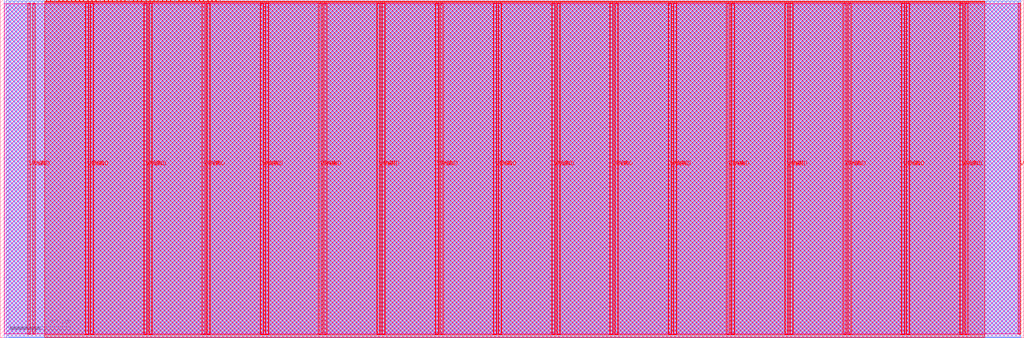
<source format=lef>
VERSION 5.7 ;
  NOWIREEXTENSIONATPIN ON ;
  DIVIDERCHAR "/" ;
  BUSBITCHARS "[]" ;
MACRO tt_um_essen
  CLASS BLOCK ;
  FOREIGN tt_um_essen ;
  ORIGIN 0.000 0.000 ;
  SIZE 682.640 BY 225.760 ;
  PIN VGND
    DIRECTION INOUT ;
    USE GROUND ;
    PORT
      LAYER met4 ;
        RECT 21.580 2.480 23.180 223.280 ;
    END
    PORT
      LAYER met4 ;
        RECT 60.450 2.480 62.050 223.280 ;
    END
    PORT
      LAYER met4 ;
        RECT 99.320 2.480 100.920 223.280 ;
    END
    PORT
      LAYER met4 ;
        RECT 138.190 2.480 139.790 223.280 ;
    END
    PORT
      LAYER met4 ;
        RECT 177.060 2.480 178.660 223.280 ;
    END
    PORT
      LAYER met4 ;
        RECT 215.930 2.480 217.530 223.280 ;
    END
    PORT
      LAYER met4 ;
        RECT 254.800 2.480 256.400 223.280 ;
    END
    PORT
      LAYER met4 ;
        RECT 293.670 2.480 295.270 223.280 ;
    END
    PORT
      LAYER met4 ;
        RECT 332.540 2.480 334.140 223.280 ;
    END
    PORT
      LAYER met4 ;
        RECT 371.410 2.480 373.010 223.280 ;
    END
    PORT
      LAYER met4 ;
        RECT 410.280 2.480 411.880 223.280 ;
    END
    PORT
      LAYER met4 ;
        RECT 449.150 2.480 450.750 223.280 ;
    END
    PORT
      LAYER met4 ;
        RECT 488.020 2.480 489.620 223.280 ;
    END
    PORT
      LAYER met4 ;
        RECT 526.890 2.480 528.490 223.280 ;
    END
    PORT
      LAYER met4 ;
        RECT 565.760 2.480 567.360 223.280 ;
    END
    PORT
      LAYER met4 ;
        RECT 604.630 2.480 606.230 223.280 ;
    END
    PORT
      LAYER met4 ;
        RECT 643.500 2.480 645.100 223.280 ;
    END
  END VGND
  PIN VPWR
    DIRECTION INOUT ;
    USE POWER ;
    PORT
      LAYER met4 ;
        RECT 18.280 2.480 19.880 223.280 ;
    END
    PORT
      LAYER met4 ;
        RECT 57.150 2.480 58.750 223.280 ;
    END
    PORT
      LAYER met4 ;
        RECT 96.020 2.480 97.620 223.280 ;
    END
    PORT
      LAYER met4 ;
        RECT 134.890 2.480 136.490 223.280 ;
    END
    PORT
      LAYER met4 ;
        RECT 173.760 2.480 175.360 223.280 ;
    END
    PORT
      LAYER met4 ;
        RECT 212.630 2.480 214.230 223.280 ;
    END
    PORT
      LAYER met4 ;
        RECT 251.500 2.480 253.100 223.280 ;
    END
    PORT
      LAYER met4 ;
        RECT 290.370 2.480 291.970 223.280 ;
    END
    PORT
      LAYER met4 ;
        RECT 329.240 2.480 330.840 223.280 ;
    END
    PORT
      LAYER met4 ;
        RECT 368.110 2.480 369.710 223.280 ;
    END
    PORT
      LAYER met4 ;
        RECT 406.980 2.480 408.580 223.280 ;
    END
    PORT
      LAYER met4 ;
        RECT 445.850 2.480 447.450 223.280 ;
    END
    PORT
      LAYER met4 ;
        RECT 484.720 2.480 486.320 223.280 ;
    END
    PORT
      LAYER met4 ;
        RECT 523.590 2.480 525.190 223.280 ;
    END
    PORT
      LAYER met4 ;
        RECT 562.460 2.480 564.060 223.280 ;
    END
    PORT
      LAYER met4 ;
        RECT 601.330 2.480 602.930 223.280 ;
    END
    PORT
      LAYER met4 ;
        RECT 640.200 2.480 641.800 223.280 ;
    END
    PORT
      LAYER met4 ;
        RECT 679.070 2.480 680.670 223.280 ;
    END
  END VPWR
  PIN clk
    DIRECTION INPUT ;
    USE SIGNAL ;
    ANTENNAGATEAREA 0.852000 ;
    PORT
      LAYER met4 ;
        RECT 143.830 224.760 144.130 225.760 ;
    END
  END clk
  PIN ena
    DIRECTION INPUT ;
    USE SIGNAL ;
    ANTENNAGATEAREA 0.196500 ;
    PORT
      LAYER met4 ;
        RECT 146.590 224.760 146.890 225.760 ;
    END
  END ena
  PIN rst_n
    DIRECTION INPUT ;
    USE SIGNAL ;
    ANTENNAGATEAREA 0.159000 ;
    PORT
      LAYER met4 ;
        RECT 141.070 224.760 141.370 225.760 ;
    END
  END rst_n
  PIN ui_in[0]
    DIRECTION INPUT ;
    USE SIGNAL ;
    ANTENNAGATEAREA 0.126000 ;
    PORT
      LAYER met4 ;
        RECT 138.310 224.760 138.610 225.760 ;
    END
  END ui_in[0]
  PIN ui_in[1]
    DIRECTION INPUT ;
    USE SIGNAL ;
    ANTENNAGATEAREA 0.126000 ;
    PORT
      LAYER met4 ;
        RECT 135.550 224.760 135.850 225.760 ;
    END
  END ui_in[1]
  PIN ui_in[2]
    DIRECTION INPUT ;
    USE SIGNAL ;
    ANTENNAGATEAREA 0.126000 ;
    PORT
      LAYER met4 ;
        RECT 132.790 224.760 133.090 225.760 ;
    END
  END ui_in[2]
  PIN ui_in[3]
    DIRECTION INPUT ;
    USE SIGNAL ;
    ANTENNAGATEAREA 0.213000 ;
    PORT
      LAYER met4 ;
        RECT 130.030 224.760 130.330 225.760 ;
    END
  END ui_in[3]
  PIN ui_in[4]
    DIRECTION INPUT ;
    USE SIGNAL ;
    ANTENNAGATEAREA 0.126000 ;
    PORT
      LAYER met4 ;
        RECT 127.270 224.760 127.570 225.760 ;
    END
  END ui_in[4]
  PIN ui_in[5]
    DIRECTION INPUT ;
    USE SIGNAL ;
    ANTENNAGATEAREA 0.126000 ;
    PORT
      LAYER met4 ;
        RECT 124.510 224.760 124.810 225.760 ;
    END
  END ui_in[5]
  PIN ui_in[6]
    DIRECTION INPUT ;
    USE SIGNAL ;
    ANTENNAGATEAREA 0.196500 ;
    PORT
      LAYER met4 ;
        RECT 121.750 224.760 122.050 225.760 ;
    END
  END ui_in[6]
  PIN ui_in[7]
    DIRECTION INPUT ;
    USE SIGNAL ;
    ANTENNAGATEAREA 0.196500 ;
    PORT
      LAYER met4 ;
        RECT 118.990 224.760 119.290 225.760 ;
    END
  END ui_in[7]
  PIN uio_in[0]
    DIRECTION INPUT ;
    USE SIGNAL ;
    ANTENNAGATEAREA 0.196500 ;
    PORT
      LAYER met4 ;
        RECT 116.230 224.760 116.530 225.760 ;
    END
  END uio_in[0]
  PIN uio_in[1]
    DIRECTION INPUT ;
    USE SIGNAL ;
    ANTENNAGATEAREA 0.213000 ;
    PORT
      LAYER met4 ;
        RECT 113.470 224.760 113.770 225.760 ;
    END
  END uio_in[1]
  PIN uio_in[2]
    DIRECTION INPUT ;
    USE SIGNAL ;
    ANTENNAGATEAREA 0.213000 ;
    PORT
      LAYER met4 ;
        RECT 110.710 224.760 111.010 225.760 ;
    END
  END uio_in[2]
  PIN uio_in[3]
    DIRECTION INPUT ;
    USE SIGNAL ;
    PORT
      LAYER met4 ;
        RECT 107.950 224.760 108.250 225.760 ;
    END
  END uio_in[3]
  PIN uio_in[4]
    DIRECTION INPUT ;
    USE SIGNAL ;
    ANTENNAGATEAREA 0.196500 ;
    PORT
      LAYER met4 ;
        RECT 105.190 224.760 105.490 225.760 ;
    END
  END uio_in[4]
  PIN uio_in[5]
    DIRECTION INPUT ;
    USE SIGNAL ;
    ANTENNAGATEAREA 0.196500 ;
    PORT
      LAYER met4 ;
        RECT 102.430 224.760 102.730 225.760 ;
    END
  END uio_in[5]
  PIN uio_in[6]
    DIRECTION INPUT ;
    USE SIGNAL ;
    PORT
      LAYER met4 ;
        RECT 99.670 224.760 99.970 225.760 ;
    END
  END uio_in[6]
  PIN uio_in[7]
    DIRECTION INPUT ;
    USE SIGNAL ;
    PORT
      LAYER met4 ;
        RECT 96.910 224.760 97.210 225.760 ;
    END
  END uio_in[7]
  PIN uio_oe[0]
    DIRECTION OUTPUT ;
    USE SIGNAL ;
    PORT
      LAYER met4 ;
        RECT 49.990 224.760 50.290 225.760 ;
    END
  END uio_oe[0]
  PIN uio_oe[1]
    DIRECTION OUTPUT ;
    USE SIGNAL ;
    PORT
      LAYER met4 ;
        RECT 47.230 224.760 47.530 225.760 ;
    END
  END uio_oe[1]
  PIN uio_oe[2]
    DIRECTION OUTPUT ;
    USE SIGNAL ;
    PORT
      LAYER met4 ;
        RECT 44.470 224.760 44.770 225.760 ;
    END
  END uio_oe[2]
  PIN uio_oe[3]
    DIRECTION OUTPUT ;
    USE SIGNAL ;
    PORT
      LAYER met4 ;
        RECT 41.710 224.760 42.010 225.760 ;
    END
  END uio_oe[3]
  PIN uio_oe[4]
    DIRECTION OUTPUT ;
    USE SIGNAL ;
    PORT
      LAYER met4 ;
        RECT 38.950 224.760 39.250 225.760 ;
    END
  END uio_oe[4]
  PIN uio_oe[5]
    DIRECTION OUTPUT ;
    USE SIGNAL ;
    PORT
      LAYER met4 ;
        RECT 36.190 224.760 36.490 225.760 ;
    END
  END uio_oe[5]
  PIN uio_oe[6]
    DIRECTION OUTPUT ;
    USE SIGNAL ;
    PORT
      LAYER met4 ;
        RECT 33.430 224.760 33.730 225.760 ;
    END
  END uio_oe[6]
  PIN uio_oe[7]
    DIRECTION OUTPUT ;
    USE SIGNAL ;
    PORT
      LAYER met4 ;
        RECT 30.670 224.760 30.970 225.760 ;
    END
  END uio_oe[7]
  PIN uio_out[0]
    DIRECTION OUTPUT ;
    USE SIGNAL ;
    PORT
      LAYER met4 ;
        RECT 72.070 224.760 72.370 225.760 ;
    END
  END uio_out[0]
  PIN uio_out[1]
    DIRECTION OUTPUT ;
    USE SIGNAL ;
    PORT
      LAYER met4 ;
        RECT 69.310 224.760 69.610 225.760 ;
    END
  END uio_out[1]
  PIN uio_out[2]
    DIRECTION OUTPUT ;
    USE SIGNAL ;
    PORT
      LAYER met4 ;
        RECT 66.550 224.760 66.850 225.760 ;
    END
  END uio_out[2]
  PIN uio_out[3]
    DIRECTION OUTPUT ;
    USE SIGNAL ;
    ANTENNADIFFAREA 0.445500 ;
    PORT
      LAYER met4 ;
        RECT 63.790 224.760 64.090 225.760 ;
    END
  END uio_out[3]
  PIN uio_out[4]
    DIRECTION OUTPUT ;
    USE SIGNAL ;
    PORT
      LAYER met4 ;
        RECT 61.030 224.760 61.330 225.760 ;
    END
  END uio_out[4]
  PIN uio_out[5]
    DIRECTION OUTPUT ;
    USE SIGNAL ;
    PORT
      LAYER met4 ;
        RECT 58.270 224.760 58.570 225.760 ;
    END
  END uio_out[5]
  PIN uio_out[6]
    DIRECTION OUTPUT ;
    USE SIGNAL ;
    PORT
      LAYER met4 ;
        RECT 55.510 224.760 55.810 225.760 ;
    END
  END uio_out[6]
  PIN uio_out[7]
    DIRECTION OUTPUT ;
    USE SIGNAL ;
    ANTENNADIFFAREA 0.445500 ;
    PORT
      LAYER met4 ;
        RECT 52.750 224.760 53.050 225.760 ;
    END
  END uio_out[7]
  PIN uo_out[0]
    DIRECTION OUTPUT ;
    USE SIGNAL ;
    ANTENNADIFFAREA 0.891000 ;
    PORT
      LAYER met4 ;
        RECT 94.150 224.760 94.450 225.760 ;
    END
  END uo_out[0]
  PIN uo_out[1]
    DIRECTION OUTPUT ;
    USE SIGNAL ;
    ANTENNADIFFAREA 0.891000 ;
    PORT
      LAYER met4 ;
        RECT 91.390 224.760 91.690 225.760 ;
    END
  END uo_out[1]
  PIN uo_out[2]
    DIRECTION OUTPUT ;
    USE SIGNAL ;
    ANTENNADIFFAREA 0.891000 ;
    PORT
      LAYER met4 ;
        RECT 88.630 224.760 88.930 225.760 ;
    END
  END uo_out[2]
  PIN uo_out[3]
    DIRECTION OUTPUT ;
    USE SIGNAL ;
    ANTENNADIFFAREA 0.445500 ;
    PORT
      LAYER met4 ;
        RECT 85.870 224.760 86.170 225.760 ;
    END
  END uo_out[3]
  PIN uo_out[4]
    DIRECTION OUTPUT ;
    USE SIGNAL ;
    ANTENNADIFFAREA 0.445500 ;
    PORT
      LAYER met4 ;
        RECT 83.110 224.760 83.410 225.760 ;
    END
  END uo_out[4]
  PIN uo_out[5]
    DIRECTION OUTPUT ;
    USE SIGNAL ;
    ANTENNADIFFAREA 0.891000 ;
    PORT
      LAYER met4 ;
        RECT 80.350 224.760 80.650 225.760 ;
    END
  END uo_out[5]
  PIN uo_out[6]
    DIRECTION OUTPUT ;
    USE SIGNAL ;
    ANTENNADIFFAREA 0.445500 ;
    PORT
      LAYER met4 ;
        RECT 77.590 224.760 77.890 225.760 ;
    END
  END uo_out[6]
  PIN uo_out[7]
    DIRECTION OUTPUT ;
    USE SIGNAL ;
    ANTENNADIFFAREA 0.445500 ;
    PORT
      LAYER met4 ;
        RECT 74.830 224.760 75.130 225.760 ;
    END
  END uo_out[7]
  OBS
      LAYER nwell ;
        RECT 2.570 2.635 680.070 223.230 ;
      LAYER li1 ;
        RECT 2.760 2.635 679.880 223.125 ;
      LAYER met1 ;
        RECT 2.760 0.040 680.670 225.720 ;
      LAYER met2 ;
        RECT 4.240 0.010 680.640 225.750 ;
      LAYER met3 ;
        RECT 5.585 0.175 680.660 224.905 ;
      LAYER met4 ;
        RECT 29.735 224.360 30.270 224.905 ;
        RECT 31.370 224.360 33.030 224.905 ;
        RECT 34.130 224.360 35.790 224.905 ;
        RECT 36.890 224.360 38.550 224.905 ;
        RECT 39.650 224.360 41.310 224.905 ;
        RECT 42.410 224.360 44.070 224.905 ;
        RECT 45.170 224.360 46.830 224.905 ;
        RECT 47.930 224.360 49.590 224.905 ;
        RECT 50.690 224.360 52.350 224.905 ;
        RECT 53.450 224.360 55.110 224.905 ;
        RECT 56.210 224.360 57.870 224.905 ;
        RECT 58.970 224.360 60.630 224.905 ;
        RECT 61.730 224.360 63.390 224.905 ;
        RECT 64.490 224.360 66.150 224.905 ;
        RECT 67.250 224.360 68.910 224.905 ;
        RECT 70.010 224.360 71.670 224.905 ;
        RECT 72.770 224.360 74.430 224.905 ;
        RECT 75.530 224.360 77.190 224.905 ;
        RECT 78.290 224.360 79.950 224.905 ;
        RECT 81.050 224.360 82.710 224.905 ;
        RECT 83.810 224.360 85.470 224.905 ;
        RECT 86.570 224.360 88.230 224.905 ;
        RECT 89.330 224.360 90.990 224.905 ;
        RECT 92.090 224.360 93.750 224.905 ;
        RECT 94.850 224.360 96.510 224.905 ;
        RECT 97.610 224.360 99.270 224.905 ;
        RECT 100.370 224.360 102.030 224.905 ;
        RECT 103.130 224.360 104.790 224.905 ;
        RECT 105.890 224.360 107.550 224.905 ;
        RECT 108.650 224.360 110.310 224.905 ;
        RECT 111.410 224.360 113.070 224.905 ;
        RECT 114.170 224.360 115.830 224.905 ;
        RECT 116.930 224.360 118.590 224.905 ;
        RECT 119.690 224.360 121.350 224.905 ;
        RECT 122.450 224.360 124.110 224.905 ;
        RECT 125.210 224.360 126.870 224.905 ;
        RECT 127.970 224.360 129.630 224.905 ;
        RECT 130.730 224.360 132.390 224.905 ;
        RECT 133.490 224.360 135.150 224.905 ;
        RECT 136.250 224.360 137.910 224.905 ;
        RECT 139.010 224.360 140.670 224.905 ;
        RECT 141.770 224.360 143.430 224.905 ;
        RECT 144.530 224.360 146.190 224.905 ;
        RECT 147.290 224.360 656.585 224.905 ;
        RECT 29.735 223.680 656.585 224.360 ;
        RECT 29.735 2.080 56.750 223.680 ;
        RECT 59.150 2.080 60.050 223.680 ;
        RECT 62.450 2.080 95.620 223.680 ;
        RECT 98.020 2.080 98.920 223.680 ;
        RECT 101.320 2.080 134.490 223.680 ;
        RECT 136.890 2.080 137.790 223.680 ;
        RECT 140.190 2.080 173.360 223.680 ;
        RECT 175.760 2.080 176.660 223.680 ;
        RECT 179.060 2.080 212.230 223.680 ;
        RECT 214.630 2.080 215.530 223.680 ;
        RECT 217.930 2.080 251.100 223.680 ;
        RECT 253.500 2.080 254.400 223.680 ;
        RECT 256.800 2.080 289.970 223.680 ;
        RECT 292.370 2.080 293.270 223.680 ;
        RECT 295.670 2.080 328.840 223.680 ;
        RECT 331.240 2.080 332.140 223.680 ;
        RECT 334.540 2.080 367.710 223.680 ;
        RECT 370.110 2.080 371.010 223.680 ;
        RECT 373.410 2.080 406.580 223.680 ;
        RECT 408.980 2.080 409.880 223.680 ;
        RECT 412.280 2.080 445.450 223.680 ;
        RECT 447.850 2.080 448.750 223.680 ;
        RECT 451.150 2.080 484.320 223.680 ;
        RECT 486.720 2.080 487.620 223.680 ;
        RECT 490.020 2.080 523.190 223.680 ;
        RECT 525.590 2.080 526.490 223.680 ;
        RECT 528.890 2.080 562.060 223.680 ;
        RECT 564.460 2.080 565.360 223.680 ;
        RECT 567.760 2.080 600.930 223.680 ;
        RECT 603.330 2.080 604.230 223.680 ;
        RECT 606.630 2.080 639.800 223.680 ;
        RECT 642.200 2.080 643.100 223.680 ;
        RECT 645.500 2.080 656.585 223.680 ;
        RECT 29.735 0.175 656.585 2.080 ;
  END
END tt_um_essen
END LIBRARY


</source>
